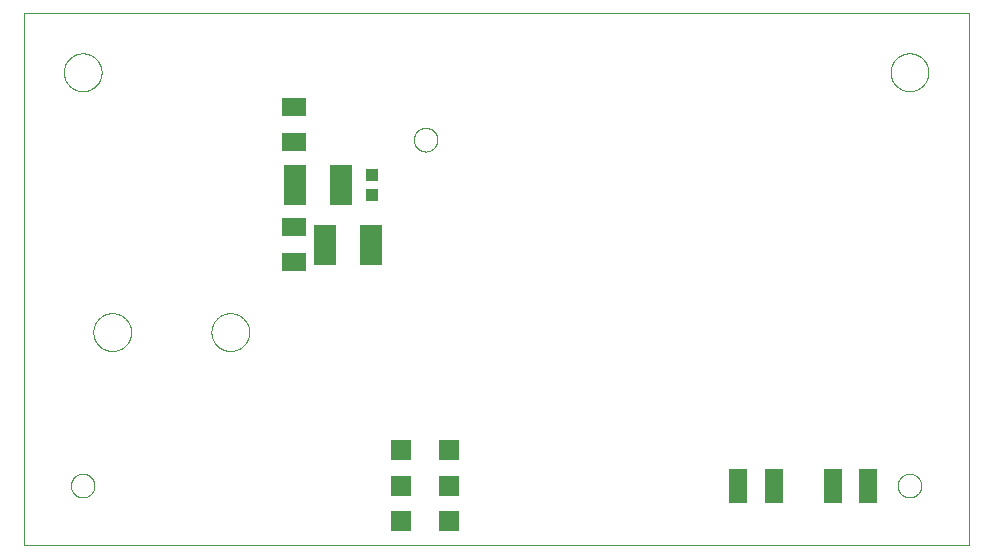
<source format=gtp>
G75*
%MOIN*%
%OFA0B0*%
%FSLAX25Y25*%
%IPPOS*%
%LPD*%
%AMOC8*
5,1,8,0,0,1.08239X$1,22.5*
%
%ADD10C,0.00000*%
%ADD11R,0.07087X0.06693*%
%ADD12R,0.05906X0.11417*%
%ADD13R,0.07480X0.13386*%
%ADD14R,0.07874X0.05906*%
%ADD15R,0.04331X0.03937*%
D10*
X0010673Y0006013D02*
X0010673Y0183178D01*
X0325634Y0183178D01*
X0325634Y0006013D01*
X0010673Y0006013D01*
X0026421Y0025698D02*
X0026423Y0025823D01*
X0026429Y0025948D01*
X0026439Y0026072D01*
X0026453Y0026196D01*
X0026470Y0026320D01*
X0026492Y0026443D01*
X0026518Y0026565D01*
X0026547Y0026687D01*
X0026580Y0026807D01*
X0026618Y0026926D01*
X0026658Y0027045D01*
X0026703Y0027161D01*
X0026751Y0027276D01*
X0026803Y0027390D01*
X0026859Y0027502D01*
X0026918Y0027612D01*
X0026980Y0027720D01*
X0027046Y0027827D01*
X0027115Y0027931D01*
X0027188Y0028032D01*
X0027263Y0028132D01*
X0027342Y0028229D01*
X0027424Y0028323D01*
X0027509Y0028415D01*
X0027596Y0028504D01*
X0027687Y0028590D01*
X0027780Y0028673D01*
X0027876Y0028754D01*
X0027974Y0028831D01*
X0028074Y0028905D01*
X0028177Y0028976D01*
X0028282Y0029043D01*
X0028390Y0029108D01*
X0028499Y0029168D01*
X0028610Y0029226D01*
X0028723Y0029279D01*
X0028837Y0029329D01*
X0028953Y0029376D01*
X0029070Y0029418D01*
X0029189Y0029457D01*
X0029309Y0029493D01*
X0029430Y0029524D01*
X0029552Y0029552D01*
X0029674Y0029575D01*
X0029798Y0029595D01*
X0029922Y0029611D01*
X0030046Y0029623D01*
X0030171Y0029631D01*
X0030296Y0029635D01*
X0030420Y0029635D01*
X0030545Y0029631D01*
X0030670Y0029623D01*
X0030794Y0029611D01*
X0030918Y0029595D01*
X0031042Y0029575D01*
X0031164Y0029552D01*
X0031286Y0029524D01*
X0031407Y0029493D01*
X0031527Y0029457D01*
X0031646Y0029418D01*
X0031763Y0029376D01*
X0031879Y0029329D01*
X0031993Y0029279D01*
X0032106Y0029226D01*
X0032217Y0029168D01*
X0032327Y0029108D01*
X0032434Y0029043D01*
X0032539Y0028976D01*
X0032642Y0028905D01*
X0032742Y0028831D01*
X0032840Y0028754D01*
X0032936Y0028673D01*
X0033029Y0028590D01*
X0033120Y0028504D01*
X0033207Y0028415D01*
X0033292Y0028323D01*
X0033374Y0028229D01*
X0033453Y0028132D01*
X0033528Y0028032D01*
X0033601Y0027931D01*
X0033670Y0027827D01*
X0033736Y0027720D01*
X0033798Y0027612D01*
X0033857Y0027502D01*
X0033913Y0027390D01*
X0033965Y0027276D01*
X0034013Y0027161D01*
X0034058Y0027045D01*
X0034098Y0026926D01*
X0034136Y0026807D01*
X0034169Y0026687D01*
X0034198Y0026565D01*
X0034224Y0026443D01*
X0034246Y0026320D01*
X0034263Y0026196D01*
X0034277Y0026072D01*
X0034287Y0025948D01*
X0034293Y0025823D01*
X0034295Y0025698D01*
X0034293Y0025573D01*
X0034287Y0025448D01*
X0034277Y0025324D01*
X0034263Y0025200D01*
X0034246Y0025076D01*
X0034224Y0024953D01*
X0034198Y0024831D01*
X0034169Y0024709D01*
X0034136Y0024589D01*
X0034098Y0024470D01*
X0034058Y0024351D01*
X0034013Y0024235D01*
X0033965Y0024120D01*
X0033913Y0024006D01*
X0033857Y0023894D01*
X0033798Y0023784D01*
X0033736Y0023676D01*
X0033670Y0023569D01*
X0033601Y0023465D01*
X0033528Y0023364D01*
X0033453Y0023264D01*
X0033374Y0023167D01*
X0033292Y0023073D01*
X0033207Y0022981D01*
X0033120Y0022892D01*
X0033029Y0022806D01*
X0032936Y0022723D01*
X0032840Y0022642D01*
X0032742Y0022565D01*
X0032642Y0022491D01*
X0032539Y0022420D01*
X0032434Y0022353D01*
X0032326Y0022288D01*
X0032217Y0022228D01*
X0032106Y0022170D01*
X0031993Y0022117D01*
X0031879Y0022067D01*
X0031763Y0022020D01*
X0031646Y0021978D01*
X0031527Y0021939D01*
X0031407Y0021903D01*
X0031286Y0021872D01*
X0031164Y0021844D01*
X0031042Y0021821D01*
X0030918Y0021801D01*
X0030794Y0021785D01*
X0030670Y0021773D01*
X0030545Y0021765D01*
X0030420Y0021761D01*
X0030296Y0021761D01*
X0030171Y0021765D01*
X0030046Y0021773D01*
X0029922Y0021785D01*
X0029798Y0021801D01*
X0029674Y0021821D01*
X0029552Y0021844D01*
X0029430Y0021872D01*
X0029309Y0021903D01*
X0029189Y0021939D01*
X0029070Y0021978D01*
X0028953Y0022020D01*
X0028837Y0022067D01*
X0028723Y0022117D01*
X0028610Y0022170D01*
X0028499Y0022228D01*
X0028389Y0022288D01*
X0028282Y0022353D01*
X0028177Y0022420D01*
X0028074Y0022491D01*
X0027974Y0022565D01*
X0027876Y0022642D01*
X0027780Y0022723D01*
X0027687Y0022806D01*
X0027596Y0022892D01*
X0027509Y0022981D01*
X0027424Y0023073D01*
X0027342Y0023167D01*
X0027263Y0023264D01*
X0027188Y0023364D01*
X0027115Y0023465D01*
X0027046Y0023569D01*
X0026980Y0023676D01*
X0026918Y0023784D01*
X0026859Y0023894D01*
X0026803Y0024006D01*
X0026751Y0024120D01*
X0026703Y0024235D01*
X0026658Y0024351D01*
X0026618Y0024470D01*
X0026580Y0024589D01*
X0026547Y0024709D01*
X0026518Y0024831D01*
X0026492Y0024953D01*
X0026470Y0025076D01*
X0026453Y0025200D01*
X0026439Y0025324D01*
X0026429Y0025448D01*
X0026423Y0025573D01*
X0026421Y0025698D01*
X0033902Y0076879D02*
X0033904Y0077037D01*
X0033910Y0077195D01*
X0033920Y0077353D01*
X0033934Y0077511D01*
X0033952Y0077668D01*
X0033973Y0077825D01*
X0033999Y0077981D01*
X0034029Y0078137D01*
X0034062Y0078292D01*
X0034100Y0078445D01*
X0034141Y0078598D01*
X0034186Y0078750D01*
X0034235Y0078901D01*
X0034288Y0079050D01*
X0034344Y0079198D01*
X0034404Y0079344D01*
X0034468Y0079489D01*
X0034536Y0079632D01*
X0034607Y0079774D01*
X0034681Y0079914D01*
X0034759Y0080051D01*
X0034841Y0080187D01*
X0034925Y0080321D01*
X0035014Y0080452D01*
X0035105Y0080581D01*
X0035200Y0080708D01*
X0035297Y0080833D01*
X0035398Y0080955D01*
X0035502Y0081074D01*
X0035609Y0081191D01*
X0035719Y0081305D01*
X0035832Y0081416D01*
X0035947Y0081525D01*
X0036065Y0081630D01*
X0036186Y0081732D01*
X0036309Y0081832D01*
X0036435Y0081928D01*
X0036563Y0082021D01*
X0036693Y0082111D01*
X0036826Y0082197D01*
X0036961Y0082281D01*
X0037097Y0082360D01*
X0037236Y0082437D01*
X0037377Y0082509D01*
X0037519Y0082579D01*
X0037663Y0082644D01*
X0037809Y0082706D01*
X0037956Y0082764D01*
X0038105Y0082819D01*
X0038255Y0082870D01*
X0038406Y0082917D01*
X0038558Y0082960D01*
X0038711Y0082999D01*
X0038866Y0083035D01*
X0039021Y0083066D01*
X0039177Y0083094D01*
X0039333Y0083118D01*
X0039490Y0083138D01*
X0039648Y0083154D01*
X0039805Y0083166D01*
X0039964Y0083174D01*
X0040122Y0083178D01*
X0040280Y0083178D01*
X0040438Y0083174D01*
X0040597Y0083166D01*
X0040754Y0083154D01*
X0040912Y0083138D01*
X0041069Y0083118D01*
X0041225Y0083094D01*
X0041381Y0083066D01*
X0041536Y0083035D01*
X0041691Y0082999D01*
X0041844Y0082960D01*
X0041996Y0082917D01*
X0042147Y0082870D01*
X0042297Y0082819D01*
X0042446Y0082764D01*
X0042593Y0082706D01*
X0042739Y0082644D01*
X0042883Y0082579D01*
X0043025Y0082509D01*
X0043166Y0082437D01*
X0043305Y0082360D01*
X0043441Y0082281D01*
X0043576Y0082197D01*
X0043709Y0082111D01*
X0043839Y0082021D01*
X0043967Y0081928D01*
X0044093Y0081832D01*
X0044216Y0081732D01*
X0044337Y0081630D01*
X0044455Y0081525D01*
X0044570Y0081416D01*
X0044683Y0081305D01*
X0044793Y0081191D01*
X0044900Y0081074D01*
X0045004Y0080955D01*
X0045105Y0080833D01*
X0045202Y0080708D01*
X0045297Y0080581D01*
X0045388Y0080452D01*
X0045477Y0080321D01*
X0045561Y0080187D01*
X0045643Y0080051D01*
X0045721Y0079914D01*
X0045795Y0079774D01*
X0045866Y0079632D01*
X0045934Y0079489D01*
X0045998Y0079344D01*
X0046058Y0079198D01*
X0046114Y0079050D01*
X0046167Y0078901D01*
X0046216Y0078750D01*
X0046261Y0078598D01*
X0046302Y0078445D01*
X0046340Y0078292D01*
X0046373Y0078137D01*
X0046403Y0077981D01*
X0046429Y0077825D01*
X0046450Y0077668D01*
X0046468Y0077511D01*
X0046482Y0077353D01*
X0046492Y0077195D01*
X0046498Y0077037D01*
X0046500Y0076879D01*
X0046498Y0076721D01*
X0046492Y0076563D01*
X0046482Y0076405D01*
X0046468Y0076247D01*
X0046450Y0076090D01*
X0046429Y0075933D01*
X0046403Y0075777D01*
X0046373Y0075621D01*
X0046340Y0075466D01*
X0046302Y0075313D01*
X0046261Y0075160D01*
X0046216Y0075008D01*
X0046167Y0074857D01*
X0046114Y0074708D01*
X0046058Y0074560D01*
X0045998Y0074414D01*
X0045934Y0074269D01*
X0045866Y0074126D01*
X0045795Y0073984D01*
X0045721Y0073844D01*
X0045643Y0073707D01*
X0045561Y0073571D01*
X0045477Y0073437D01*
X0045388Y0073306D01*
X0045297Y0073177D01*
X0045202Y0073050D01*
X0045105Y0072925D01*
X0045004Y0072803D01*
X0044900Y0072684D01*
X0044793Y0072567D01*
X0044683Y0072453D01*
X0044570Y0072342D01*
X0044455Y0072233D01*
X0044337Y0072128D01*
X0044216Y0072026D01*
X0044093Y0071926D01*
X0043967Y0071830D01*
X0043839Y0071737D01*
X0043709Y0071647D01*
X0043576Y0071561D01*
X0043441Y0071477D01*
X0043305Y0071398D01*
X0043166Y0071321D01*
X0043025Y0071249D01*
X0042883Y0071179D01*
X0042739Y0071114D01*
X0042593Y0071052D01*
X0042446Y0070994D01*
X0042297Y0070939D01*
X0042147Y0070888D01*
X0041996Y0070841D01*
X0041844Y0070798D01*
X0041691Y0070759D01*
X0041536Y0070723D01*
X0041381Y0070692D01*
X0041225Y0070664D01*
X0041069Y0070640D01*
X0040912Y0070620D01*
X0040754Y0070604D01*
X0040597Y0070592D01*
X0040438Y0070584D01*
X0040280Y0070580D01*
X0040122Y0070580D01*
X0039964Y0070584D01*
X0039805Y0070592D01*
X0039648Y0070604D01*
X0039490Y0070620D01*
X0039333Y0070640D01*
X0039177Y0070664D01*
X0039021Y0070692D01*
X0038866Y0070723D01*
X0038711Y0070759D01*
X0038558Y0070798D01*
X0038406Y0070841D01*
X0038255Y0070888D01*
X0038105Y0070939D01*
X0037956Y0070994D01*
X0037809Y0071052D01*
X0037663Y0071114D01*
X0037519Y0071179D01*
X0037377Y0071249D01*
X0037236Y0071321D01*
X0037097Y0071398D01*
X0036961Y0071477D01*
X0036826Y0071561D01*
X0036693Y0071647D01*
X0036563Y0071737D01*
X0036435Y0071830D01*
X0036309Y0071926D01*
X0036186Y0072026D01*
X0036065Y0072128D01*
X0035947Y0072233D01*
X0035832Y0072342D01*
X0035719Y0072453D01*
X0035609Y0072567D01*
X0035502Y0072684D01*
X0035398Y0072803D01*
X0035297Y0072925D01*
X0035200Y0073050D01*
X0035105Y0073177D01*
X0035014Y0073306D01*
X0034925Y0073437D01*
X0034841Y0073571D01*
X0034759Y0073707D01*
X0034681Y0073844D01*
X0034607Y0073984D01*
X0034536Y0074126D01*
X0034468Y0074269D01*
X0034404Y0074414D01*
X0034344Y0074560D01*
X0034288Y0074708D01*
X0034235Y0074857D01*
X0034186Y0075008D01*
X0034141Y0075160D01*
X0034100Y0075313D01*
X0034062Y0075466D01*
X0034029Y0075621D01*
X0033999Y0075777D01*
X0033973Y0075933D01*
X0033952Y0076090D01*
X0033934Y0076247D01*
X0033920Y0076405D01*
X0033910Y0076563D01*
X0033904Y0076721D01*
X0033902Y0076879D01*
X0073272Y0076879D02*
X0073274Y0077037D01*
X0073280Y0077195D01*
X0073290Y0077353D01*
X0073304Y0077511D01*
X0073322Y0077668D01*
X0073343Y0077825D01*
X0073369Y0077981D01*
X0073399Y0078137D01*
X0073432Y0078292D01*
X0073470Y0078445D01*
X0073511Y0078598D01*
X0073556Y0078750D01*
X0073605Y0078901D01*
X0073658Y0079050D01*
X0073714Y0079198D01*
X0073774Y0079344D01*
X0073838Y0079489D01*
X0073906Y0079632D01*
X0073977Y0079774D01*
X0074051Y0079914D01*
X0074129Y0080051D01*
X0074211Y0080187D01*
X0074295Y0080321D01*
X0074384Y0080452D01*
X0074475Y0080581D01*
X0074570Y0080708D01*
X0074667Y0080833D01*
X0074768Y0080955D01*
X0074872Y0081074D01*
X0074979Y0081191D01*
X0075089Y0081305D01*
X0075202Y0081416D01*
X0075317Y0081525D01*
X0075435Y0081630D01*
X0075556Y0081732D01*
X0075679Y0081832D01*
X0075805Y0081928D01*
X0075933Y0082021D01*
X0076063Y0082111D01*
X0076196Y0082197D01*
X0076331Y0082281D01*
X0076467Y0082360D01*
X0076606Y0082437D01*
X0076747Y0082509D01*
X0076889Y0082579D01*
X0077033Y0082644D01*
X0077179Y0082706D01*
X0077326Y0082764D01*
X0077475Y0082819D01*
X0077625Y0082870D01*
X0077776Y0082917D01*
X0077928Y0082960D01*
X0078081Y0082999D01*
X0078236Y0083035D01*
X0078391Y0083066D01*
X0078547Y0083094D01*
X0078703Y0083118D01*
X0078860Y0083138D01*
X0079018Y0083154D01*
X0079175Y0083166D01*
X0079334Y0083174D01*
X0079492Y0083178D01*
X0079650Y0083178D01*
X0079808Y0083174D01*
X0079967Y0083166D01*
X0080124Y0083154D01*
X0080282Y0083138D01*
X0080439Y0083118D01*
X0080595Y0083094D01*
X0080751Y0083066D01*
X0080906Y0083035D01*
X0081061Y0082999D01*
X0081214Y0082960D01*
X0081366Y0082917D01*
X0081517Y0082870D01*
X0081667Y0082819D01*
X0081816Y0082764D01*
X0081963Y0082706D01*
X0082109Y0082644D01*
X0082253Y0082579D01*
X0082395Y0082509D01*
X0082536Y0082437D01*
X0082675Y0082360D01*
X0082811Y0082281D01*
X0082946Y0082197D01*
X0083079Y0082111D01*
X0083209Y0082021D01*
X0083337Y0081928D01*
X0083463Y0081832D01*
X0083586Y0081732D01*
X0083707Y0081630D01*
X0083825Y0081525D01*
X0083940Y0081416D01*
X0084053Y0081305D01*
X0084163Y0081191D01*
X0084270Y0081074D01*
X0084374Y0080955D01*
X0084475Y0080833D01*
X0084572Y0080708D01*
X0084667Y0080581D01*
X0084758Y0080452D01*
X0084847Y0080321D01*
X0084931Y0080187D01*
X0085013Y0080051D01*
X0085091Y0079914D01*
X0085165Y0079774D01*
X0085236Y0079632D01*
X0085304Y0079489D01*
X0085368Y0079344D01*
X0085428Y0079198D01*
X0085484Y0079050D01*
X0085537Y0078901D01*
X0085586Y0078750D01*
X0085631Y0078598D01*
X0085672Y0078445D01*
X0085710Y0078292D01*
X0085743Y0078137D01*
X0085773Y0077981D01*
X0085799Y0077825D01*
X0085820Y0077668D01*
X0085838Y0077511D01*
X0085852Y0077353D01*
X0085862Y0077195D01*
X0085868Y0077037D01*
X0085870Y0076879D01*
X0085868Y0076721D01*
X0085862Y0076563D01*
X0085852Y0076405D01*
X0085838Y0076247D01*
X0085820Y0076090D01*
X0085799Y0075933D01*
X0085773Y0075777D01*
X0085743Y0075621D01*
X0085710Y0075466D01*
X0085672Y0075313D01*
X0085631Y0075160D01*
X0085586Y0075008D01*
X0085537Y0074857D01*
X0085484Y0074708D01*
X0085428Y0074560D01*
X0085368Y0074414D01*
X0085304Y0074269D01*
X0085236Y0074126D01*
X0085165Y0073984D01*
X0085091Y0073844D01*
X0085013Y0073707D01*
X0084931Y0073571D01*
X0084847Y0073437D01*
X0084758Y0073306D01*
X0084667Y0073177D01*
X0084572Y0073050D01*
X0084475Y0072925D01*
X0084374Y0072803D01*
X0084270Y0072684D01*
X0084163Y0072567D01*
X0084053Y0072453D01*
X0083940Y0072342D01*
X0083825Y0072233D01*
X0083707Y0072128D01*
X0083586Y0072026D01*
X0083463Y0071926D01*
X0083337Y0071830D01*
X0083209Y0071737D01*
X0083079Y0071647D01*
X0082946Y0071561D01*
X0082811Y0071477D01*
X0082675Y0071398D01*
X0082536Y0071321D01*
X0082395Y0071249D01*
X0082253Y0071179D01*
X0082109Y0071114D01*
X0081963Y0071052D01*
X0081816Y0070994D01*
X0081667Y0070939D01*
X0081517Y0070888D01*
X0081366Y0070841D01*
X0081214Y0070798D01*
X0081061Y0070759D01*
X0080906Y0070723D01*
X0080751Y0070692D01*
X0080595Y0070664D01*
X0080439Y0070640D01*
X0080282Y0070620D01*
X0080124Y0070604D01*
X0079967Y0070592D01*
X0079808Y0070584D01*
X0079650Y0070580D01*
X0079492Y0070580D01*
X0079334Y0070584D01*
X0079175Y0070592D01*
X0079018Y0070604D01*
X0078860Y0070620D01*
X0078703Y0070640D01*
X0078547Y0070664D01*
X0078391Y0070692D01*
X0078236Y0070723D01*
X0078081Y0070759D01*
X0077928Y0070798D01*
X0077776Y0070841D01*
X0077625Y0070888D01*
X0077475Y0070939D01*
X0077326Y0070994D01*
X0077179Y0071052D01*
X0077033Y0071114D01*
X0076889Y0071179D01*
X0076747Y0071249D01*
X0076606Y0071321D01*
X0076467Y0071398D01*
X0076331Y0071477D01*
X0076196Y0071561D01*
X0076063Y0071647D01*
X0075933Y0071737D01*
X0075805Y0071830D01*
X0075679Y0071926D01*
X0075556Y0072026D01*
X0075435Y0072128D01*
X0075317Y0072233D01*
X0075202Y0072342D01*
X0075089Y0072453D01*
X0074979Y0072567D01*
X0074872Y0072684D01*
X0074768Y0072803D01*
X0074667Y0072925D01*
X0074570Y0073050D01*
X0074475Y0073177D01*
X0074384Y0073306D01*
X0074295Y0073437D01*
X0074211Y0073571D01*
X0074129Y0073707D01*
X0074051Y0073844D01*
X0073977Y0073984D01*
X0073906Y0074126D01*
X0073838Y0074269D01*
X0073774Y0074414D01*
X0073714Y0074560D01*
X0073658Y0074708D01*
X0073605Y0074857D01*
X0073556Y0075008D01*
X0073511Y0075160D01*
X0073470Y0075313D01*
X0073432Y0075466D01*
X0073399Y0075621D01*
X0073369Y0075777D01*
X0073343Y0075933D01*
X0073322Y0076090D01*
X0073304Y0076247D01*
X0073290Y0076405D01*
X0073280Y0076563D01*
X0073274Y0076721D01*
X0073272Y0076879D01*
X0140736Y0141013D02*
X0140738Y0141138D01*
X0140744Y0141263D01*
X0140754Y0141387D01*
X0140768Y0141511D01*
X0140785Y0141635D01*
X0140807Y0141758D01*
X0140833Y0141880D01*
X0140862Y0142002D01*
X0140895Y0142122D01*
X0140933Y0142241D01*
X0140973Y0142360D01*
X0141018Y0142476D01*
X0141066Y0142591D01*
X0141118Y0142705D01*
X0141174Y0142817D01*
X0141233Y0142927D01*
X0141295Y0143035D01*
X0141361Y0143142D01*
X0141430Y0143246D01*
X0141503Y0143347D01*
X0141578Y0143447D01*
X0141657Y0143544D01*
X0141739Y0143638D01*
X0141824Y0143730D01*
X0141911Y0143819D01*
X0142002Y0143905D01*
X0142095Y0143988D01*
X0142191Y0144069D01*
X0142289Y0144146D01*
X0142389Y0144220D01*
X0142492Y0144291D01*
X0142597Y0144358D01*
X0142705Y0144423D01*
X0142814Y0144483D01*
X0142925Y0144541D01*
X0143038Y0144594D01*
X0143152Y0144644D01*
X0143268Y0144691D01*
X0143385Y0144733D01*
X0143504Y0144772D01*
X0143624Y0144808D01*
X0143745Y0144839D01*
X0143867Y0144867D01*
X0143989Y0144890D01*
X0144113Y0144910D01*
X0144237Y0144926D01*
X0144361Y0144938D01*
X0144486Y0144946D01*
X0144611Y0144950D01*
X0144735Y0144950D01*
X0144860Y0144946D01*
X0144985Y0144938D01*
X0145109Y0144926D01*
X0145233Y0144910D01*
X0145357Y0144890D01*
X0145479Y0144867D01*
X0145601Y0144839D01*
X0145722Y0144808D01*
X0145842Y0144772D01*
X0145961Y0144733D01*
X0146078Y0144691D01*
X0146194Y0144644D01*
X0146308Y0144594D01*
X0146421Y0144541D01*
X0146532Y0144483D01*
X0146642Y0144423D01*
X0146749Y0144358D01*
X0146854Y0144291D01*
X0146957Y0144220D01*
X0147057Y0144146D01*
X0147155Y0144069D01*
X0147251Y0143988D01*
X0147344Y0143905D01*
X0147435Y0143819D01*
X0147522Y0143730D01*
X0147607Y0143638D01*
X0147689Y0143544D01*
X0147768Y0143447D01*
X0147843Y0143347D01*
X0147916Y0143246D01*
X0147985Y0143142D01*
X0148051Y0143035D01*
X0148113Y0142927D01*
X0148172Y0142817D01*
X0148228Y0142705D01*
X0148280Y0142591D01*
X0148328Y0142476D01*
X0148373Y0142360D01*
X0148413Y0142241D01*
X0148451Y0142122D01*
X0148484Y0142002D01*
X0148513Y0141880D01*
X0148539Y0141758D01*
X0148561Y0141635D01*
X0148578Y0141511D01*
X0148592Y0141387D01*
X0148602Y0141263D01*
X0148608Y0141138D01*
X0148610Y0141013D01*
X0148608Y0140888D01*
X0148602Y0140763D01*
X0148592Y0140639D01*
X0148578Y0140515D01*
X0148561Y0140391D01*
X0148539Y0140268D01*
X0148513Y0140146D01*
X0148484Y0140024D01*
X0148451Y0139904D01*
X0148413Y0139785D01*
X0148373Y0139666D01*
X0148328Y0139550D01*
X0148280Y0139435D01*
X0148228Y0139321D01*
X0148172Y0139209D01*
X0148113Y0139099D01*
X0148051Y0138991D01*
X0147985Y0138884D01*
X0147916Y0138780D01*
X0147843Y0138679D01*
X0147768Y0138579D01*
X0147689Y0138482D01*
X0147607Y0138388D01*
X0147522Y0138296D01*
X0147435Y0138207D01*
X0147344Y0138121D01*
X0147251Y0138038D01*
X0147155Y0137957D01*
X0147057Y0137880D01*
X0146957Y0137806D01*
X0146854Y0137735D01*
X0146749Y0137668D01*
X0146641Y0137603D01*
X0146532Y0137543D01*
X0146421Y0137485D01*
X0146308Y0137432D01*
X0146194Y0137382D01*
X0146078Y0137335D01*
X0145961Y0137293D01*
X0145842Y0137254D01*
X0145722Y0137218D01*
X0145601Y0137187D01*
X0145479Y0137159D01*
X0145357Y0137136D01*
X0145233Y0137116D01*
X0145109Y0137100D01*
X0144985Y0137088D01*
X0144860Y0137080D01*
X0144735Y0137076D01*
X0144611Y0137076D01*
X0144486Y0137080D01*
X0144361Y0137088D01*
X0144237Y0137100D01*
X0144113Y0137116D01*
X0143989Y0137136D01*
X0143867Y0137159D01*
X0143745Y0137187D01*
X0143624Y0137218D01*
X0143504Y0137254D01*
X0143385Y0137293D01*
X0143268Y0137335D01*
X0143152Y0137382D01*
X0143038Y0137432D01*
X0142925Y0137485D01*
X0142814Y0137543D01*
X0142704Y0137603D01*
X0142597Y0137668D01*
X0142492Y0137735D01*
X0142389Y0137806D01*
X0142289Y0137880D01*
X0142191Y0137957D01*
X0142095Y0138038D01*
X0142002Y0138121D01*
X0141911Y0138207D01*
X0141824Y0138296D01*
X0141739Y0138388D01*
X0141657Y0138482D01*
X0141578Y0138579D01*
X0141503Y0138679D01*
X0141430Y0138780D01*
X0141361Y0138884D01*
X0141295Y0138991D01*
X0141233Y0139099D01*
X0141174Y0139209D01*
X0141118Y0139321D01*
X0141066Y0139435D01*
X0141018Y0139550D01*
X0140973Y0139666D01*
X0140933Y0139785D01*
X0140895Y0139904D01*
X0140862Y0140024D01*
X0140833Y0140146D01*
X0140807Y0140268D01*
X0140785Y0140391D01*
X0140768Y0140515D01*
X0140754Y0140639D01*
X0140744Y0140763D01*
X0140738Y0140888D01*
X0140736Y0141013D01*
X0024059Y0163493D02*
X0024061Y0163651D01*
X0024067Y0163809D01*
X0024077Y0163967D01*
X0024091Y0164125D01*
X0024109Y0164282D01*
X0024130Y0164439D01*
X0024156Y0164595D01*
X0024186Y0164751D01*
X0024219Y0164906D01*
X0024257Y0165059D01*
X0024298Y0165212D01*
X0024343Y0165364D01*
X0024392Y0165515D01*
X0024445Y0165664D01*
X0024501Y0165812D01*
X0024561Y0165958D01*
X0024625Y0166103D01*
X0024693Y0166246D01*
X0024764Y0166388D01*
X0024838Y0166528D01*
X0024916Y0166665D01*
X0024998Y0166801D01*
X0025082Y0166935D01*
X0025171Y0167066D01*
X0025262Y0167195D01*
X0025357Y0167322D01*
X0025454Y0167447D01*
X0025555Y0167569D01*
X0025659Y0167688D01*
X0025766Y0167805D01*
X0025876Y0167919D01*
X0025989Y0168030D01*
X0026104Y0168139D01*
X0026222Y0168244D01*
X0026343Y0168346D01*
X0026466Y0168446D01*
X0026592Y0168542D01*
X0026720Y0168635D01*
X0026850Y0168725D01*
X0026983Y0168811D01*
X0027118Y0168895D01*
X0027254Y0168974D01*
X0027393Y0169051D01*
X0027534Y0169123D01*
X0027676Y0169193D01*
X0027820Y0169258D01*
X0027966Y0169320D01*
X0028113Y0169378D01*
X0028262Y0169433D01*
X0028412Y0169484D01*
X0028563Y0169531D01*
X0028715Y0169574D01*
X0028868Y0169613D01*
X0029023Y0169649D01*
X0029178Y0169680D01*
X0029334Y0169708D01*
X0029490Y0169732D01*
X0029647Y0169752D01*
X0029805Y0169768D01*
X0029962Y0169780D01*
X0030121Y0169788D01*
X0030279Y0169792D01*
X0030437Y0169792D01*
X0030595Y0169788D01*
X0030754Y0169780D01*
X0030911Y0169768D01*
X0031069Y0169752D01*
X0031226Y0169732D01*
X0031382Y0169708D01*
X0031538Y0169680D01*
X0031693Y0169649D01*
X0031848Y0169613D01*
X0032001Y0169574D01*
X0032153Y0169531D01*
X0032304Y0169484D01*
X0032454Y0169433D01*
X0032603Y0169378D01*
X0032750Y0169320D01*
X0032896Y0169258D01*
X0033040Y0169193D01*
X0033182Y0169123D01*
X0033323Y0169051D01*
X0033462Y0168974D01*
X0033598Y0168895D01*
X0033733Y0168811D01*
X0033866Y0168725D01*
X0033996Y0168635D01*
X0034124Y0168542D01*
X0034250Y0168446D01*
X0034373Y0168346D01*
X0034494Y0168244D01*
X0034612Y0168139D01*
X0034727Y0168030D01*
X0034840Y0167919D01*
X0034950Y0167805D01*
X0035057Y0167688D01*
X0035161Y0167569D01*
X0035262Y0167447D01*
X0035359Y0167322D01*
X0035454Y0167195D01*
X0035545Y0167066D01*
X0035634Y0166935D01*
X0035718Y0166801D01*
X0035800Y0166665D01*
X0035878Y0166528D01*
X0035952Y0166388D01*
X0036023Y0166246D01*
X0036091Y0166103D01*
X0036155Y0165958D01*
X0036215Y0165812D01*
X0036271Y0165664D01*
X0036324Y0165515D01*
X0036373Y0165364D01*
X0036418Y0165212D01*
X0036459Y0165059D01*
X0036497Y0164906D01*
X0036530Y0164751D01*
X0036560Y0164595D01*
X0036586Y0164439D01*
X0036607Y0164282D01*
X0036625Y0164125D01*
X0036639Y0163967D01*
X0036649Y0163809D01*
X0036655Y0163651D01*
X0036657Y0163493D01*
X0036655Y0163335D01*
X0036649Y0163177D01*
X0036639Y0163019D01*
X0036625Y0162861D01*
X0036607Y0162704D01*
X0036586Y0162547D01*
X0036560Y0162391D01*
X0036530Y0162235D01*
X0036497Y0162080D01*
X0036459Y0161927D01*
X0036418Y0161774D01*
X0036373Y0161622D01*
X0036324Y0161471D01*
X0036271Y0161322D01*
X0036215Y0161174D01*
X0036155Y0161028D01*
X0036091Y0160883D01*
X0036023Y0160740D01*
X0035952Y0160598D01*
X0035878Y0160458D01*
X0035800Y0160321D01*
X0035718Y0160185D01*
X0035634Y0160051D01*
X0035545Y0159920D01*
X0035454Y0159791D01*
X0035359Y0159664D01*
X0035262Y0159539D01*
X0035161Y0159417D01*
X0035057Y0159298D01*
X0034950Y0159181D01*
X0034840Y0159067D01*
X0034727Y0158956D01*
X0034612Y0158847D01*
X0034494Y0158742D01*
X0034373Y0158640D01*
X0034250Y0158540D01*
X0034124Y0158444D01*
X0033996Y0158351D01*
X0033866Y0158261D01*
X0033733Y0158175D01*
X0033598Y0158091D01*
X0033462Y0158012D01*
X0033323Y0157935D01*
X0033182Y0157863D01*
X0033040Y0157793D01*
X0032896Y0157728D01*
X0032750Y0157666D01*
X0032603Y0157608D01*
X0032454Y0157553D01*
X0032304Y0157502D01*
X0032153Y0157455D01*
X0032001Y0157412D01*
X0031848Y0157373D01*
X0031693Y0157337D01*
X0031538Y0157306D01*
X0031382Y0157278D01*
X0031226Y0157254D01*
X0031069Y0157234D01*
X0030911Y0157218D01*
X0030754Y0157206D01*
X0030595Y0157198D01*
X0030437Y0157194D01*
X0030279Y0157194D01*
X0030121Y0157198D01*
X0029962Y0157206D01*
X0029805Y0157218D01*
X0029647Y0157234D01*
X0029490Y0157254D01*
X0029334Y0157278D01*
X0029178Y0157306D01*
X0029023Y0157337D01*
X0028868Y0157373D01*
X0028715Y0157412D01*
X0028563Y0157455D01*
X0028412Y0157502D01*
X0028262Y0157553D01*
X0028113Y0157608D01*
X0027966Y0157666D01*
X0027820Y0157728D01*
X0027676Y0157793D01*
X0027534Y0157863D01*
X0027393Y0157935D01*
X0027254Y0158012D01*
X0027118Y0158091D01*
X0026983Y0158175D01*
X0026850Y0158261D01*
X0026720Y0158351D01*
X0026592Y0158444D01*
X0026466Y0158540D01*
X0026343Y0158640D01*
X0026222Y0158742D01*
X0026104Y0158847D01*
X0025989Y0158956D01*
X0025876Y0159067D01*
X0025766Y0159181D01*
X0025659Y0159298D01*
X0025555Y0159417D01*
X0025454Y0159539D01*
X0025357Y0159664D01*
X0025262Y0159791D01*
X0025171Y0159920D01*
X0025082Y0160051D01*
X0024998Y0160185D01*
X0024916Y0160321D01*
X0024838Y0160458D01*
X0024764Y0160598D01*
X0024693Y0160740D01*
X0024625Y0160883D01*
X0024561Y0161028D01*
X0024501Y0161174D01*
X0024445Y0161322D01*
X0024392Y0161471D01*
X0024343Y0161622D01*
X0024298Y0161774D01*
X0024257Y0161927D01*
X0024219Y0162080D01*
X0024186Y0162235D01*
X0024156Y0162391D01*
X0024130Y0162547D01*
X0024109Y0162704D01*
X0024091Y0162861D01*
X0024077Y0163019D01*
X0024067Y0163177D01*
X0024061Y0163335D01*
X0024059Y0163493D01*
X0299650Y0163493D02*
X0299652Y0163651D01*
X0299658Y0163809D01*
X0299668Y0163967D01*
X0299682Y0164125D01*
X0299700Y0164282D01*
X0299721Y0164439D01*
X0299747Y0164595D01*
X0299777Y0164751D01*
X0299810Y0164906D01*
X0299848Y0165059D01*
X0299889Y0165212D01*
X0299934Y0165364D01*
X0299983Y0165515D01*
X0300036Y0165664D01*
X0300092Y0165812D01*
X0300152Y0165958D01*
X0300216Y0166103D01*
X0300284Y0166246D01*
X0300355Y0166388D01*
X0300429Y0166528D01*
X0300507Y0166665D01*
X0300589Y0166801D01*
X0300673Y0166935D01*
X0300762Y0167066D01*
X0300853Y0167195D01*
X0300948Y0167322D01*
X0301045Y0167447D01*
X0301146Y0167569D01*
X0301250Y0167688D01*
X0301357Y0167805D01*
X0301467Y0167919D01*
X0301580Y0168030D01*
X0301695Y0168139D01*
X0301813Y0168244D01*
X0301934Y0168346D01*
X0302057Y0168446D01*
X0302183Y0168542D01*
X0302311Y0168635D01*
X0302441Y0168725D01*
X0302574Y0168811D01*
X0302709Y0168895D01*
X0302845Y0168974D01*
X0302984Y0169051D01*
X0303125Y0169123D01*
X0303267Y0169193D01*
X0303411Y0169258D01*
X0303557Y0169320D01*
X0303704Y0169378D01*
X0303853Y0169433D01*
X0304003Y0169484D01*
X0304154Y0169531D01*
X0304306Y0169574D01*
X0304459Y0169613D01*
X0304614Y0169649D01*
X0304769Y0169680D01*
X0304925Y0169708D01*
X0305081Y0169732D01*
X0305238Y0169752D01*
X0305396Y0169768D01*
X0305553Y0169780D01*
X0305712Y0169788D01*
X0305870Y0169792D01*
X0306028Y0169792D01*
X0306186Y0169788D01*
X0306345Y0169780D01*
X0306502Y0169768D01*
X0306660Y0169752D01*
X0306817Y0169732D01*
X0306973Y0169708D01*
X0307129Y0169680D01*
X0307284Y0169649D01*
X0307439Y0169613D01*
X0307592Y0169574D01*
X0307744Y0169531D01*
X0307895Y0169484D01*
X0308045Y0169433D01*
X0308194Y0169378D01*
X0308341Y0169320D01*
X0308487Y0169258D01*
X0308631Y0169193D01*
X0308773Y0169123D01*
X0308914Y0169051D01*
X0309053Y0168974D01*
X0309189Y0168895D01*
X0309324Y0168811D01*
X0309457Y0168725D01*
X0309587Y0168635D01*
X0309715Y0168542D01*
X0309841Y0168446D01*
X0309964Y0168346D01*
X0310085Y0168244D01*
X0310203Y0168139D01*
X0310318Y0168030D01*
X0310431Y0167919D01*
X0310541Y0167805D01*
X0310648Y0167688D01*
X0310752Y0167569D01*
X0310853Y0167447D01*
X0310950Y0167322D01*
X0311045Y0167195D01*
X0311136Y0167066D01*
X0311225Y0166935D01*
X0311309Y0166801D01*
X0311391Y0166665D01*
X0311469Y0166528D01*
X0311543Y0166388D01*
X0311614Y0166246D01*
X0311682Y0166103D01*
X0311746Y0165958D01*
X0311806Y0165812D01*
X0311862Y0165664D01*
X0311915Y0165515D01*
X0311964Y0165364D01*
X0312009Y0165212D01*
X0312050Y0165059D01*
X0312088Y0164906D01*
X0312121Y0164751D01*
X0312151Y0164595D01*
X0312177Y0164439D01*
X0312198Y0164282D01*
X0312216Y0164125D01*
X0312230Y0163967D01*
X0312240Y0163809D01*
X0312246Y0163651D01*
X0312248Y0163493D01*
X0312246Y0163335D01*
X0312240Y0163177D01*
X0312230Y0163019D01*
X0312216Y0162861D01*
X0312198Y0162704D01*
X0312177Y0162547D01*
X0312151Y0162391D01*
X0312121Y0162235D01*
X0312088Y0162080D01*
X0312050Y0161927D01*
X0312009Y0161774D01*
X0311964Y0161622D01*
X0311915Y0161471D01*
X0311862Y0161322D01*
X0311806Y0161174D01*
X0311746Y0161028D01*
X0311682Y0160883D01*
X0311614Y0160740D01*
X0311543Y0160598D01*
X0311469Y0160458D01*
X0311391Y0160321D01*
X0311309Y0160185D01*
X0311225Y0160051D01*
X0311136Y0159920D01*
X0311045Y0159791D01*
X0310950Y0159664D01*
X0310853Y0159539D01*
X0310752Y0159417D01*
X0310648Y0159298D01*
X0310541Y0159181D01*
X0310431Y0159067D01*
X0310318Y0158956D01*
X0310203Y0158847D01*
X0310085Y0158742D01*
X0309964Y0158640D01*
X0309841Y0158540D01*
X0309715Y0158444D01*
X0309587Y0158351D01*
X0309457Y0158261D01*
X0309324Y0158175D01*
X0309189Y0158091D01*
X0309053Y0158012D01*
X0308914Y0157935D01*
X0308773Y0157863D01*
X0308631Y0157793D01*
X0308487Y0157728D01*
X0308341Y0157666D01*
X0308194Y0157608D01*
X0308045Y0157553D01*
X0307895Y0157502D01*
X0307744Y0157455D01*
X0307592Y0157412D01*
X0307439Y0157373D01*
X0307284Y0157337D01*
X0307129Y0157306D01*
X0306973Y0157278D01*
X0306817Y0157254D01*
X0306660Y0157234D01*
X0306502Y0157218D01*
X0306345Y0157206D01*
X0306186Y0157198D01*
X0306028Y0157194D01*
X0305870Y0157194D01*
X0305712Y0157198D01*
X0305553Y0157206D01*
X0305396Y0157218D01*
X0305238Y0157234D01*
X0305081Y0157254D01*
X0304925Y0157278D01*
X0304769Y0157306D01*
X0304614Y0157337D01*
X0304459Y0157373D01*
X0304306Y0157412D01*
X0304154Y0157455D01*
X0304003Y0157502D01*
X0303853Y0157553D01*
X0303704Y0157608D01*
X0303557Y0157666D01*
X0303411Y0157728D01*
X0303267Y0157793D01*
X0303125Y0157863D01*
X0302984Y0157935D01*
X0302845Y0158012D01*
X0302709Y0158091D01*
X0302574Y0158175D01*
X0302441Y0158261D01*
X0302311Y0158351D01*
X0302183Y0158444D01*
X0302057Y0158540D01*
X0301934Y0158640D01*
X0301813Y0158742D01*
X0301695Y0158847D01*
X0301580Y0158956D01*
X0301467Y0159067D01*
X0301357Y0159181D01*
X0301250Y0159298D01*
X0301146Y0159417D01*
X0301045Y0159539D01*
X0300948Y0159664D01*
X0300853Y0159791D01*
X0300762Y0159920D01*
X0300673Y0160051D01*
X0300589Y0160185D01*
X0300507Y0160321D01*
X0300429Y0160458D01*
X0300355Y0160598D01*
X0300284Y0160740D01*
X0300216Y0160883D01*
X0300152Y0161028D01*
X0300092Y0161174D01*
X0300036Y0161322D01*
X0299983Y0161471D01*
X0299934Y0161622D01*
X0299889Y0161774D01*
X0299848Y0161927D01*
X0299810Y0162080D01*
X0299777Y0162235D01*
X0299747Y0162391D01*
X0299721Y0162547D01*
X0299700Y0162704D01*
X0299682Y0162861D01*
X0299668Y0163019D01*
X0299658Y0163177D01*
X0299652Y0163335D01*
X0299650Y0163493D01*
X0302012Y0025698D02*
X0302014Y0025823D01*
X0302020Y0025948D01*
X0302030Y0026072D01*
X0302044Y0026196D01*
X0302061Y0026320D01*
X0302083Y0026443D01*
X0302109Y0026565D01*
X0302138Y0026687D01*
X0302171Y0026807D01*
X0302209Y0026926D01*
X0302249Y0027045D01*
X0302294Y0027161D01*
X0302342Y0027276D01*
X0302394Y0027390D01*
X0302450Y0027502D01*
X0302509Y0027612D01*
X0302571Y0027720D01*
X0302637Y0027827D01*
X0302706Y0027931D01*
X0302779Y0028032D01*
X0302854Y0028132D01*
X0302933Y0028229D01*
X0303015Y0028323D01*
X0303100Y0028415D01*
X0303187Y0028504D01*
X0303278Y0028590D01*
X0303371Y0028673D01*
X0303467Y0028754D01*
X0303565Y0028831D01*
X0303665Y0028905D01*
X0303768Y0028976D01*
X0303873Y0029043D01*
X0303981Y0029108D01*
X0304090Y0029168D01*
X0304201Y0029226D01*
X0304314Y0029279D01*
X0304428Y0029329D01*
X0304544Y0029376D01*
X0304661Y0029418D01*
X0304780Y0029457D01*
X0304900Y0029493D01*
X0305021Y0029524D01*
X0305143Y0029552D01*
X0305265Y0029575D01*
X0305389Y0029595D01*
X0305513Y0029611D01*
X0305637Y0029623D01*
X0305762Y0029631D01*
X0305887Y0029635D01*
X0306011Y0029635D01*
X0306136Y0029631D01*
X0306261Y0029623D01*
X0306385Y0029611D01*
X0306509Y0029595D01*
X0306633Y0029575D01*
X0306755Y0029552D01*
X0306877Y0029524D01*
X0306998Y0029493D01*
X0307118Y0029457D01*
X0307237Y0029418D01*
X0307354Y0029376D01*
X0307470Y0029329D01*
X0307584Y0029279D01*
X0307697Y0029226D01*
X0307808Y0029168D01*
X0307918Y0029108D01*
X0308025Y0029043D01*
X0308130Y0028976D01*
X0308233Y0028905D01*
X0308333Y0028831D01*
X0308431Y0028754D01*
X0308527Y0028673D01*
X0308620Y0028590D01*
X0308711Y0028504D01*
X0308798Y0028415D01*
X0308883Y0028323D01*
X0308965Y0028229D01*
X0309044Y0028132D01*
X0309119Y0028032D01*
X0309192Y0027931D01*
X0309261Y0027827D01*
X0309327Y0027720D01*
X0309389Y0027612D01*
X0309448Y0027502D01*
X0309504Y0027390D01*
X0309556Y0027276D01*
X0309604Y0027161D01*
X0309649Y0027045D01*
X0309689Y0026926D01*
X0309727Y0026807D01*
X0309760Y0026687D01*
X0309789Y0026565D01*
X0309815Y0026443D01*
X0309837Y0026320D01*
X0309854Y0026196D01*
X0309868Y0026072D01*
X0309878Y0025948D01*
X0309884Y0025823D01*
X0309886Y0025698D01*
X0309884Y0025573D01*
X0309878Y0025448D01*
X0309868Y0025324D01*
X0309854Y0025200D01*
X0309837Y0025076D01*
X0309815Y0024953D01*
X0309789Y0024831D01*
X0309760Y0024709D01*
X0309727Y0024589D01*
X0309689Y0024470D01*
X0309649Y0024351D01*
X0309604Y0024235D01*
X0309556Y0024120D01*
X0309504Y0024006D01*
X0309448Y0023894D01*
X0309389Y0023784D01*
X0309327Y0023676D01*
X0309261Y0023569D01*
X0309192Y0023465D01*
X0309119Y0023364D01*
X0309044Y0023264D01*
X0308965Y0023167D01*
X0308883Y0023073D01*
X0308798Y0022981D01*
X0308711Y0022892D01*
X0308620Y0022806D01*
X0308527Y0022723D01*
X0308431Y0022642D01*
X0308333Y0022565D01*
X0308233Y0022491D01*
X0308130Y0022420D01*
X0308025Y0022353D01*
X0307917Y0022288D01*
X0307808Y0022228D01*
X0307697Y0022170D01*
X0307584Y0022117D01*
X0307470Y0022067D01*
X0307354Y0022020D01*
X0307237Y0021978D01*
X0307118Y0021939D01*
X0306998Y0021903D01*
X0306877Y0021872D01*
X0306755Y0021844D01*
X0306633Y0021821D01*
X0306509Y0021801D01*
X0306385Y0021785D01*
X0306261Y0021773D01*
X0306136Y0021765D01*
X0306011Y0021761D01*
X0305887Y0021761D01*
X0305762Y0021765D01*
X0305637Y0021773D01*
X0305513Y0021785D01*
X0305389Y0021801D01*
X0305265Y0021821D01*
X0305143Y0021844D01*
X0305021Y0021872D01*
X0304900Y0021903D01*
X0304780Y0021939D01*
X0304661Y0021978D01*
X0304544Y0022020D01*
X0304428Y0022067D01*
X0304314Y0022117D01*
X0304201Y0022170D01*
X0304090Y0022228D01*
X0303980Y0022288D01*
X0303873Y0022353D01*
X0303768Y0022420D01*
X0303665Y0022491D01*
X0303565Y0022565D01*
X0303467Y0022642D01*
X0303371Y0022723D01*
X0303278Y0022806D01*
X0303187Y0022892D01*
X0303100Y0022981D01*
X0303015Y0023073D01*
X0302933Y0023167D01*
X0302854Y0023264D01*
X0302779Y0023364D01*
X0302706Y0023465D01*
X0302637Y0023569D01*
X0302571Y0023676D01*
X0302509Y0023784D01*
X0302450Y0023894D01*
X0302394Y0024006D01*
X0302342Y0024120D01*
X0302294Y0024235D01*
X0302249Y0024351D01*
X0302209Y0024470D01*
X0302171Y0024589D01*
X0302138Y0024709D01*
X0302109Y0024831D01*
X0302083Y0024953D01*
X0302061Y0025076D01*
X0302044Y0025200D01*
X0302030Y0025324D01*
X0302020Y0025448D01*
X0302014Y0025573D01*
X0302012Y0025698D01*
D11*
X0152602Y0025698D03*
X0136461Y0025698D03*
X0136461Y0037509D03*
X0152602Y0037509D03*
X0152602Y0013887D03*
X0136461Y0013887D03*
D12*
X0248862Y0025698D03*
X0260673Y0025698D03*
X0280358Y0025698D03*
X0292169Y0025698D03*
D13*
X0126350Y0106013D03*
X0110996Y0106013D03*
X0116350Y0126013D03*
X0100996Y0126013D03*
D14*
X0100673Y0140107D03*
X0100673Y0151918D03*
X0100673Y0111918D03*
X0100673Y0100107D03*
D15*
X0126673Y0122666D03*
X0126673Y0129359D03*
M02*

</source>
